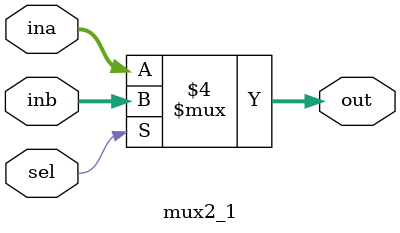
<source format=v>
`timescale 1ns / 1ps


module mux2_1(input [31:0] ina,inb,input sel, output reg[31:0] out);
    always @(*) begin
        if(sel == 1)
            out = inb;
         else begin
          out = ina;
          end;
    end
  //  assign out = (sel != 0) ? inb : ina;
endmodule

</source>
